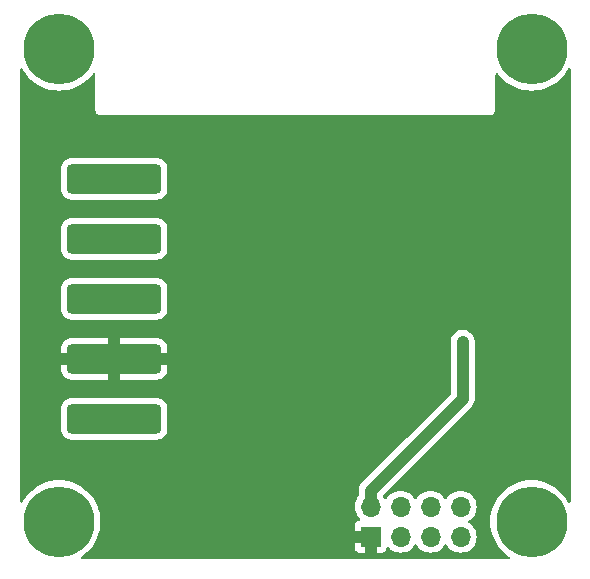
<source format=gbr>
%TF.GenerationSoftware,KiCad,Pcbnew,8.0.8*%
%TF.CreationDate,2025-02-23T10:11:50-08:00*%
%TF.ProjectId,bts7960 adapter,62747337-3936-4302-9061-646170746572,rev?*%
%TF.SameCoordinates,Original*%
%TF.FileFunction,Copper,L2,Bot*%
%TF.FilePolarity,Positive*%
%FSLAX46Y46*%
G04 Gerber Fmt 4.6, Leading zero omitted, Abs format (unit mm)*
G04 Created by KiCad (PCBNEW 8.0.8) date 2025-02-23 10:11:50*
%MOMM*%
%LPD*%
G01*
G04 APERTURE LIST*
G04 Aperture macros list*
%AMRoundRect*
0 Rectangle with rounded corners*
0 $1 Rounding radius*
0 $2 $3 $4 $5 $6 $7 $8 $9 X,Y pos of 4 corners*
0 Add a 4 corners polygon primitive as box body*
4,1,4,$2,$3,$4,$5,$6,$7,$8,$9,$2,$3,0*
0 Add four circle primitives for the rounded corners*
1,1,$1+$1,$2,$3*
1,1,$1+$1,$4,$5*
1,1,$1+$1,$6,$7*
1,1,$1+$1,$8,$9*
0 Add four rect primitives between the rounded corners*
20,1,$1+$1,$2,$3,$4,$5,0*
20,1,$1+$1,$4,$5,$6,$7,0*
20,1,$1+$1,$6,$7,$8,$9,0*
20,1,$1+$1,$8,$9,$2,$3,0*%
G04 Aperture macros list end*
%TA.AperFunction,ComponentPad*%
%ADD10RoundRect,0.410105X3.589895X-0.839895X3.589895X0.839895X-3.589895X0.839895X-3.589895X-0.839895X0*%
%TD*%
%TA.AperFunction,ComponentPad*%
%ADD11C,6.000000*%
%TD*%
%TA.AperFunction,ComponentPad*%
%ADD12R,1.700000X1.700000*%
%TD*%
%TA.AperFunction,ComponentPad*%
%ADD13O,1.700000X1.700000*%
%TD*%
%TA.AperFunction,ViaPad*%
%ADD14C,0.600000*%
%TD*%
%TA.AperFunction,Conductor*%
%ADD15C,1.000000*%
%TD*%
G04 APERTURE END LIST*
D10*
%TO.P,J1,1,Pin_1*%
%TO.N,+5V*%
X4680000Y-31300000D03*
%TO.P,J1,2,Pin_2*%
%TO.N,GND*%
X4680000Y-26220000D03*
%TO.P,J1,3,Pin_3*%
%TO.N,/PWM*%
X4680000Y-21140000D03*
%TO.P,J1,4,Pin_4*%
%TO.N,/DIS*%
X4680000Y-16060000D03*
%TO.P,J1,5,Pin_5*%
%TO.N,/DIR*%
X4680000Y-10980000D03*
%TD*%
D11*
%TO.P,REF\u002A\u002A,1*%
%TO.N,N/C*%
X0Y0D03*
%TD*%
%TO.P,REF\u002A\u002A,1*%
%TO.N,N/C*%
X40000000Y-40000000D03*
%TD*%
%TO.P,REF\u002A\u002A,1*%
%TO.N,N/C*%
X40000000Y0D03*
%TD*%
%TO.P,REF\u002A\u002A,1*%
%TO.N,N/C*%
X0Y-40000000D03*
%TD*%
D12*
%TO.P,J2,1,Pin_1*%
%TO.N,GND*%
X26380000Y-41270000D03*
D13*
%TO.P,J2,2,Pin_2*%
%TO.N,+5V*%
X26380000Y-38730000D03*
%TO.P,J2,3,Pin_3*%
%TO.N,unconnected-(J2-Pin_3-Pad3)*%
X28920000Y-41270000D03*
%TO.P,J2,4,Pin_4*%
%TO.N,unconnected-(J2-Pin_4-Pad4)*%
X28920000Y-38730000D03*
%TO.P,J2,5,Pin_5*%
%TO.N,/L_EN*%
X31460000Y-41270000D03*
%TO.P,J2,6,Pin_6*%
X31460000Y-38730000D03*
%TO.P,J2,7,Pin_7*%
%TO.N,/DIR*%
X34000000Y-41270000D03*
%TO.P,J2,8,Pin_8*%
%TO.N,/RPWM*%
X34000000Y-38730000D03*
%TD*%
D14*
%TO.N,GND*%
X-1651000Y-16891000D03*
X-2159000Y-7366000D03*
X20066000Y-41910000D03*
X5080000Y-38989000D03*
X22606000Y-23622000D03*
X26670000Y-30353000D03*
X19177000Y-24638000D03*
X27051000Y-16891000D03*
X35941000Y-20447000D03*
X40386000Y-9398000D03*
X27813000Y-10541000D03*
X12446000Y-22733000D03*
X13843000Y-27178000D03*
X13970000Y-28829000D03*
%TO.N,+5V*%
X34180000Y-24775000D03*
%TD*%
D15*
%TO.N,+5V*%
X34180000Y-29574000D02*
X34180000Y-24775000D01*
X26380000Y-37374000D02*
X34180000Y-29574000D01*
X26380000Y-38730000D02*
X26380000Y-37374000D01*
%TD*%
%TA.AperFunction,Conductor*%
%TO.N,GND*%
G36*
X43261946Y-1620590D02*
G01*
X43305397Y-1675306D01*
X43314500Y-1721939D01*
X43314500Y-38278060D01*
X43294815Y-38345099D01*
X43242011Y-38390854D01*
X43172853Y-38400798D01*
X43109297Y-38371773D01*
X43080016Y-38334355D01*
X43035687Y-38247356D01*
X43035681Y-38247345D01*
X42835852Y-37939635D01*
X42604952Y-37654498D01*
X42604949Y-37654494D01*
X42345506Y-37395051D01*
X42313010Y-37368736D01*
X42060364Y-37164147D01*
X41752656Y-36964320D01*
X41425739Y-36797746D01*
X41083206Y-36666260D01*
X41083199Y-36666258D01*
X40728794Y-36571295D01*
X40728790Y-36571294D01*
X40728789Y-36571294D01*
X40366405Y-36513898D01*
X40000001Y-36494696D01*
X39999999Y-36494696D01*
X39633594Y-36513898D01*
X39271211Y-36571294D01*
X39271209Y-36571294D01*
X38916793Y-36666260D01*
X38574260Y-36797746D01*
X38247343Y-36964320D01*
X37939635Y-37164147D01*
X37654498Y-37395047D01*
X37654490Y-37395054D01*
X37395054Y-37654490D01*
X37395047Y-37654498D01*
X37164147Y-37939635D01*
X36964320Y-38247343D01*
X36797746Y-38574260D01*
X36666260Y-38916793D01*
X36571294Y-39271209D01*
X36571294Y-39271211D01*
X36513898Y-39633594D01*
X36494696Y-39999999D01*
X36494696Y-40000000D01*
X36513898Y-40366405D01*
X36571294Y-40728788D01*
X36571294Y-40728790D01*
X36666260Y-41083206D01*
X36797746Y-41425739D01*
X36964320Y-41752656D01*
X37164147Y-42060364D01*
X37301944Y-42230529D01*
X37395051Y-42345506D01*
X37654494Y-42604949D01*
X37680069Y-42625659D01*
X37939635Y-42835852D01*
X38130044Y-42959505D01*
X38175547Y-43012526D01*
X38185161Y-43081731D01*
X38155834Y-43145148D01*
X38096877Y-43182642D01*
X38062509Y-43187500D01*
X1937491Y-43187500D01*
X1870452Y-43167815D01*
X1824697Y-43115011D01*
X1814753Y-43045853D01*
X1843778Y-42982297D01*
X1869956Y-42959505D01*
X2060364Y-42835852D01*
X2060366Y-42835851D01*
X2345506Y-42604949D01*
X2604949Y-42345506D01*
X2748817Y-42167844D01*
X25030000Y-42167844D01*
X25036401Y-42227372D01*
X25036403Y-42227379D01*
X25086645Y-42362086D01*
X25086649Y-42362093D01*
X25172809Y-42477187D01*
X25172812Y-42477190D01*
X25287906Y-42563350D01*
X25287913Y-42563354D01*
X25422620Y-42613596D01*
X25422627Y-42613598D01*
X25482155Y-42619999D01*
X25482172Y-42620000D01*
X25880000Y-42620000D01*
X25880000Y-41770000D01*
X25030000Y-41770000D01*
X25030000Y-42167844D01*
X2748817Y-42167844D01*
X2835851Y-42060366D01*
X3035682Y-41752652D01*
X3202255Y-41425736D01*
X3333742Y-41083199D01*
X3428705Y-40728794D01*
X3486102Y-40366404D01*
X3505304Y-40000000D01*
X3486102Y-39633596D01*
X3428705Y-39271206D01*
X3333742Y-38916801D01*
X3262036Y-38729999D01*
X25024341Y-38729999D01*
X25024341Y-38730000D01*
X25044936Y-38965403D01*
X25044938Y-38965413D01*
X25106094Y-39193655D01*
X25106096Y-39193659D01*
X25106097Y-39193663D01*
X25186004Y-39365023D01*
X25205965Y-39407830D01*
X25205967Y-39407834D01*
X25314281Y-39562521D01*
X25341501Y-39601396D01*
X25341506Y-39601402D01*
X25463818Y-39723714D01*
X25497303Y-39785037D01*
X25492319Y-39854729D01*
X25450447Y-39910662D01*
X25419471Y-39927577D01*
X25287912Y-39976646D01*
X25287906Y-39976649D01*
X25172812Y-40062809D01*
X25172809Y-40062812D01*
X25086649Y-40177906D01*
X25086645Y-40177913D01*
X25036403Y-40312620D01*
X25036401Y-40312627D01*
X25030000Y-40372155D01*
X25030000Y-40770000D01*
X26256000Y-40770000D01*
X26283756Y-40778150D01*
X26187007Y-40804075D01*
X26072993Y-40869901D01*
X25979901Y-40962993D01*
X25914075Y-41077007D01*
X25880000Y-41204174D01*
X25880000Y-41335826D01*
X25914075Y-41462993D01*
X25979901Y-41577007D01*
X26072993Y-41670099D01*
X26187007Y-41735925D01*
X26314174Y-41770000D01*
X26445826Y-41770000D01*
X26572993Y-41735925D01*
X26687007Y-41670099D01*
X26780099Y-41577007D01*
X26845925Y-41462993D01*
X26873015Y-41361892D01*
X26880000Y-41394000D01*
X26880000Y-42620000D01*
X27277828Y-42620000D01*
X27277844Y-42619999D01*
X27337372Y-42613598D01*
X27337379Y-42613596D01*
X27472086Y-42563354D01*
X27472093Y-42563350D01*
X27587187Y-42477190D01*
X27587190Y-42477187D01*
X27673350Y-42362093D01*
X27673354Y-42362086D01*
X27722422Y-42230529D01*
X27764293Y-42174595D01*
X27829757Y-42150178D01*
X27898030Y-42165030D01*
X27926285Y-42186181D01*
X28048599Y-42308495D01*
X28125135Y-42362086D01*
X28242165Y-42444032D01*
X28242167Y-42444033D01*
X28242170Y-42444035D01*
X28456337Y-42543903D01*
X28684592Y-42605063D01*
X28855319Y-42620000D01*
X28919999Y-42625659D01*
X28920000Y-42625659D01*
X28920001Y-42625659D01*
X28984681Y-42620000D01*
X29155408Y-42605063D01*
X29383663Y-42543903D01*
X29597830Y-42444035D01*
X29791401Y-42308495D01*
X29958495Y-42141401D01*
X30088425Y-41955842D01*
X30143002Y-41912217D01*
X30212500Y-41905023D01*
X30274855Y-41936546D01*
X30291575Y-41955842D01*
X30421500Y-42141395D01*
X30421505Y-42141401D01*
X30588599Y-42308495D01*
X30665135Y-42362086D01*
X30782165Y-42444032D01*
X30782167Y-42444033D01*
X30782170Y-42444035D01*
X30996337Y-42543903D01*
X31224592Y-42605063D01*
X31395319Y-42620000D01*
X31459999Y-42625659D01*
X31460000Y-42625659D01*
X31460001Y-42625659D01*
X31524681Y-42620000D01*
X31695408Y-42605063D01*
X31923663Y-42543903D01*
X32137830Y-42444035D01*
X32331401Y-42308495D01*
X32498495Y-42141401D01*
X32628425Y-41955842D01*
X32683002Y-41912217D01*
X32752500Y-41905023D01*
X32814855Y-41936546D01*
X32831575Y-41955842D01*
X32961500Y-42141395D01*
X32961505Y-42141401D01*
X33128599Y-42308495D01*
X33205135Y-42362086D01*
X33322165Y-42444032D01*
X33322167Y-42444033D01*
X33322170Y-42444035D01*
X33536337Y-42543903D01*
X33764592Y-42605063D01*
X33935319Y-42620000D01*
X33999999Y-42625659D01*
X34000000Y-42625659D01*
X34000001Y-42625659D01*
X34064681Y-42620000D01*
X34235408Y-42605063D01*
X34463663Y-42543903D01*
X34677830Y-42444035D01*
X34871401Y-42308495D01*
X35038495Y-42141401D01*
X35174035Y-41947830D01*
X35273903Y-41733663D01*
X35335063Y-41505408D01*
X35355659Y-41270000D01*
X35335063Y-41034592D01*
X35273903Y-40806337D01*
X35174035Y-40592171D01*
X35168425Y-40584158D01*
X35038494Y-40398597D01*
X34871402Y-40231506D01*
X34871396Y-40231501D01*
X34685842Y-40101575D01*
X34642217Y-40046998D01*
X34635023Y-39977500D01*
X34666546Y-39915145D01*
X34685842Y-39898425D01*
X34797500Y-39820241D01*
X34871401Y-39768495D01*
X35038495Y-39601401D01*
X35174035Y-39407830D01*
X35273903Y-39193663D01*
X35335063Y-38965408D01*
X35355659Y-38730000D01*
X35335063Y-38494592D01*
X35273903Y-38266337D01*
X35174035Y-38052171D01*
X35168425Y-38044158D01*
X35038494Y-37858597D01*
X34871402Y-37691506D01*
X34871395Y-37691501D01*
X34677834Y-37555967D01*
X34677830Y-37555965D01*
X34677828Y-37555964D01*
X34463663Y-37456097D01*
X34463659Y-37456096D01*
X34463655Y-37456094D01*
X34235413Y-37394938D01*
X34235403Y-37394936D01*
X34000001Y-37374341D01*
X33999999Y-37374341D01*
X33764596Y-37394936D01*
X33764586Y-37394938D01*
X33536344Y-37456094D01*
X33536335Y-37456098D01*
X33322171Y-37555964D01*
X33322169Y-37555965D01*
X33128597Y-37691505D01*
X32961505Y-37858597D01*
X32831575Y-38044158D01*
X32776998Y-38087783D01*
X32707500Y-38094977D01*
X32645145Y-38063454D01*
X32628425Y-38044158D01*
X32498494Y-37858597D01*
X32331402Y-37691506D01*
X32331395Y-37691501D01*
X32137834Y-37555967D01*
X32137830Y-37555965D01*
X32137828Y-37555964D01*
X31923663Y-37456097D01*
X31923659Y-37456096D01*
X31923655Y-37456094D01*
X31695413Y-37394938D01*
X31695403Y-37394936D01*
X31460001Y-37374341D01*
X31459999Y-37374341D01*
X31224596Y-37394936D01*
X31224586Y-37394938D01*
X30996344Y-37456094D01*
X30996335Y-37456098D01*
X30782171Y-37555964D01*
X30782169Y-37555965D01*
X30588597Y-37691505D01*
X30421505Y-37858597D01*
X30291575Y-38044158D01*
X30236998Y-38087783D01*
X30167500Y-38094977D01*
X30105145Y-38063454D01*
X30088425Y-38044158D01*
X29958494Y-37858597D01*
X29791402Y-37691506D01*
X29791395Y-37691501D01*
X29597834Y-37555967D01*
X29597830Y-37555965D01*
X29597828Y-37555964D01*
X29383663Y-37456097D01*
X29383659Y-37456096D01*
X29383655Y-37456094D01*
X29155413Y-37394938D01*
X29155403Y-37394936D01*
X28920001Y-37374341D01*
X28919999Y-37374341D01*
X28684596Y-37394936D01*
X28684586Y-37394938D01*
X28456344Y-37456094D01*
X28456335Y-37456098D01*
X28242171Y-37555964D01*
X28242169Y-37555965D01*
X28048597Y-37691505D01*
X27881505Y-37858597D01*
X27751575Y-38044158D01*
X27696998Y-38087783D01*
X27627500Y-38094977D01*
X27565145Y-38063454D01*
X27548425Y-38044158D01*
X27433624Y-37880205D01*
X27411297Y-37813999D01*
X27428307Y-37746232D01*
X27447514Y-37721405D01*
X34817778Y-30351141D01*
X34817782Y-30351139D01*
X34957139Y-30211782D01*
X35066632Y-30047914D01*
X35142051Y-29865835D01*
X35176588Y-29692208D01*
X35180500Y-29672543D01*
X35180500Y-24676456D01*
X35142052Y-24483170D01*
X35142051Y-24483169D01*
X35142051Y-24483165D01*
X35136598Y-24470000D01*
X35066635Y-24301092D01*
X35066628Y-24301079D01*
X34957139Y-24137218D01*
X34957136Y-24137214D01*
X34817785Y-23997863D01*
X34817781Y-23997860D01*
X34653920Y-23888371D01*
X34653907Y-23888364D01*
X34471839Y-23812950D01*
X34471829Y-23812947D01*
X34278543Y-23774500D01*
X34278541Y-23774500D01*
X34081459Y-23774500D01*
X34081457Y-23774500D01*
X33888170Y-23812947D01*
X33888160Y-23812950D01*
X33706092Y-23888364D01*
X33706079Y-23888371D01*
X33542218Y-23997860D01*
X33542214Y-23997863D01*
X33402863Y-24137214D01*
X33402860Y-24137218D01*
X33293371Y-24301079D01*
X33293364Y-24301092D01*
X33217950Y-24483160D01*
X33217947Y-24483170D01*
X33179500Y-24676456D01*
X33179500Y-29108217D01*
X33159815Y-29175256D01*
X33143181Y-29195898D01*
X29431288Y-32907791D01*
X25742221Y-36596858D01*
X25742218Y-36596861D01*
X25672821Y-36666258D01*
X25602859Y-36736219D01*
X25493371Y-36900079D01*
X25493364Y-36900092D01*
X25417950Y-37082160D01*
X25417947Y-37082170D01*
X25379500Y-37275456D01*
X25379500Y-37769241D01*
X25359815Y-37836280D01*
X25343181Y-37856922D01*
X25341505Y-37858597D01*
X25205965Y-38052169D01*
X25205964Y-38052171D01*
X25106098Y-38266335D01*
X25106094Y-38266344D01*
X25044938Y-38494586D01*
X25044936Y-38494596D01*
X25024341Y-38729999D01*
X3262036Y-38729999D01*
X3202255Y-38574264D01*
X3035682Y-38247348D01*
X2932060Y-38087783D01*
X2835852Y-37939635D01*
X2604952Y-37654498D01*
X2604949Y-37654494D01*
X2345506Y-37395051D01*
X2313010Y-37368736D01*
X2060364Y-37164147D01*
X1752656Y-36964320D01*
X1425739Y-36797746D01*
X1083206Y-36666260D01*
X1083199Y-36666258D01*
X728794Y-36571295D01*
X728790Y-36571294D01*
X728789Y-36571294D01*
X366405Y-36513898D01*
X1Y-36494696D01*
X-1Y-36494696D01*
X-366405Y-36513898D01*
X-728788Y-36571294D01*
X-728790Y-36571294D01*
X-1083206Y-36666260D01*
X-1425739Y-36797746D01*
X-1752656Y-36964320D01*
X-2060364Y-37164147D01*
X-2313010Y-37368736D01*
X-2345506Y-37395051D01*
X-2604949Y-37654494D01*
X-2604952Y-37654498D01*
X-2835852Y-37939635D01*
X-3035681Y-38247345D01*
X-3035683Y-38247349D01*
X-3075016Y-38324543D01*
X-3122990Y-38375338D01*
X-3190811Y-38392133D01*
X-3256946Y-38369595D01*
X-3300397Y-38314880D01*
X-3309500Y-38268247D01*
X-3309500Y-30396366D01*
X179500Y-30396366D01*
X179500Y-32203633D01*
X185756Y-32283128D01*
X235298Y-32468022D01*
X322200Y-32638576D01*
X322208Y-32638588D01*
X442661Y-32787336D01*
X442663Y-32787338D01*
X591411Y-32907791D01*
X591417Y-32907795D01*
X591422Y-32907799D01*
X761976Y-32994701D01*
X946870Y-33044243D01*
X1026372Y-33050500D01*
X1026380Y-33050500D01*
X8333620Y-33050500D01*
X8333628Y-33050500D01*
X8413130Y-33044243D01*
X8598024Y-32994701D01*
X8768578Y-32907799D01*
X8917337Y-32787337D01*
X9037799Y-32638578D01*
X9124701Y-32468024D01*
X9174243Y-32283130D01*
X9180500Y-32203628D01*
X9180500Y-30396372D01*
X9174243Y-30316870D01*
X9124701Y-30131976D01*
X9037799Y-29961422D01*
X9037795Y-29961417D01*
X9037791Y-29961411D01*
X8917338Y-29812663D01*
X8917336Y-29812661D01*
X8768588Y-29692208D01*
X8768576Y-29692200D01*
X8598022Y-29605298D01*
X8413128Y-29555756D01*
X8333633Y-29549500D01*
X8333628Y-29549500D01*
X1026372Y-29549500D01*
X1026366Y-29549500D01*
X946871Y-29555756D01*
X761977Y-29605298D01*
X591423Y-29692200D01*
X591411Y-29692208D01*
X442663Y-29812661D01*
X442661Y-29812663D01*
X322208Y-29961411D01*
X322200Y-29961423D01*
X235298Y-30131977D01*
X185756Y-30316871D01*
X179500Y-30396366D01*
X-3309500Y-30396366D01*
X-3309500Y-27123595D01*
X180001Y-27123595D01*
X186253Y-27203049D01*
X235768Y-27387842D01*
X322620Y-27558303D01*
X322621Y-27558304D01*
X443019Y-27706980D01*
X591695Y-27827378D01*
X591696Y-27827379D01*
X762157Y-27914231D01*
X946951Y-27963746D01*
X1026411Y-27969999D01*
X4179999Y-27969999D01*
X4180000Y-27969998D01*
X4180000Y-26720000D01*
X180001Y-26720000D01*
X180001Y-27123595D01*
X-3309500Y-27123595D01*
X-3309500Y-25316405D01*
X180000Y-25316405D01*
X180000Y-25720000D01*
X4180000Y-25720000D01*
X5180000Y-25720000D01*
X7114174Y-25720000D01*
X6987007Y-25754075D01*
X6872993Y-25819901D01*
X6779901Y-25912993D01*
X6714075Y-26027007D01*
X6680000Y-26154174D01*
X6680000Y-26285826D01*
X6714075Y-26412993D01*
X6779901Y-26527007D01*
X6872993Y-26620099D01*
X6987007Y-26685925D01*
X7114174Y-26720000D01*
X5180000Y-26720000D01*
X5180000Y-27969999D01*
X8333579Y-27969999D01*
X8333595Y-27969998D01*
X8413049Y-27963746D01*
X8597842Y-27914231D01*
X8768303Y-27827379D01*
X8768304Y-27827378D01*
X8916980Y-27706980D01*
X9037378Y-27558304D01*
X9037379Y-27558303D01*
X9124231Y-27387842D01*
X9173746Y-27203049D01*
X9173746Y-27203048D01*
X9179999Y-27123594D01*
X9180000Y-27123582D01*
X9180000Y-26720000D01*
X7245826Y-26720000D01*
X7372993Y-26685925D01*
X7487007Y-26620099D01*
X7580099Y-26527007D01*
X7645925Y-26412993D01*
X7680000Y-26285826D01*
X7680000Y-26154174D01*
X7645925Y-26027007D01*
X7580099Y-25912993D01*
X7487007Y-25819901D01*
X7372993Y-25754075D01*
X7245826Y-25720000D01*
X9179999Y-25720000D01*
X9179999Y-25316421D01*
X9179998Y-25316404D01*
X9173746Y-25236950D01*
X9124231Y-25052157D01*
X9037379Y-24881696D01*
X9037378Y-24881695D01*
X8916980Y-24733019D01*
X8768304Y-24612621D01*
X8768303Y-24612620D01*
X8597842Y-24525768D01*
X8413048Y-24476253D01*
X8333594Y-24470000D01*
X5180000Y-24470000D01*
X5180000Y-25720000D01*
X4180000Y-25720000D01*
X4180000Y-24470000D01*
X1026421Y-24470000D01*
X1026404Y-24470001D01*
X946950Y-24476253D01*
X762157Y-24525768D01*
X591696Y-24612620D01*
X591695Y-24612621D01*
X443019Y-24733019D01*
X322621Y-24881695D01*
X322620Y-24881696D01*
X235768Y-25052157D01*
X186253Y-25236950D01*
X186253Y-25236951D01*
X180000Y-25316405D01*
X-3309500Y-25316405D01*
X-3309500Y-20236366D01*
X179500Y-20236366D01*
X179500Y-22043633D01*
X185756Y-22123128D01*
X235298Y-22308022D01*
X322200Y-22478576D01*
X322208Y-22478588D01*
X442661Y-22627336D01*
X442663Y-22627338D01*
X591411Y-22747791D01*
X591417Y-22747795D01*
X591422Y-22747799D01*
X761976Y-22834701D01*
X946870Y-22884243D01*
X1026372Y-22890500D01*
X1026380Y-22890500D01*
X8333620Y-22890500D01*
X8333628Y-22890500D01*
X8413130Y-22884243D01*
X8598024Y-22834701D01*
X8768578Y-22747799D01*
X8917337Y-22627337D01*
X9037799Y-22478578D01*
X9124701Y-22308024D01*
X9174243Y-22123130D01*
X9180500Y-22043628D01*
X9180500Y-20236372D01*
X9174243Y-20156870D01*
X9124701Y-19971976D01*
X9037799Y-19801422D01*
X9037795Y-19801417D01*
X9037791Y-19801411D01*
X8917338Y-19652663D01*
X8917336Y-19652661D01*
X8768588Y-19532208D01*
X8768576Y-19532200D01*
X8598022Y-19445298D01*
X8413128Y-19395756D01*
X8333633Y-19389500D01*
X8333628Y-19389500D01*
X1026372Y-19389500D01*
X1026366Y-19389500D01*
X946871Y-19395756D01*
X761977Y-19445298D01*
X591423Y-19532200D01*
X591411Y-19532208D01*
X442663Y-19652661D01*
X442661Y-19652663D01*
X322208Y-19801411D01*
X322200Y-19801423D01*
X235298Y-19971977D01*
X185756Y-20156871D01*
X179500Y-20236366D01*
X-3309500Y-20236366D01*
X-3309500Y-15156366D01*
X179500Y-15156366D01*
X179500Y-16963633D01*
X185756Y-17043128D01*
X235298Y-17228022D01*
X322200Y-17398576D01*
X322208Y-17398588D01*
X442661Y-17547336D01*
X442663Y-17547338D01*
X591411Y-17667791D01*
X591417Y-17667795D01*
X591422Y-17667799D01*
X761976Y-17754701D01*
X946870Y-17804243D01*
X1026372Y-17810500D01*
X1026380Y-17810500D01*
X8333620Y-17810500D01*
X8333628Y-17810500D01*
X8413130Y-17804243D01*
X8598024Y-17754701D01*
X8768578Y-17667799D01*
X8917337Y-17547337D01*
X9037799Y-17398578D01*
X9124701Y-17228024D01*
X9174243Y-17043130D01*
X9180500Y-16963628D01*
X9180500Y-15156372D01*
X9174243Y-15076870D01*
X9124701Y-14891976D01*
X9037799Y-14721422D01*
X9037795Y-14721417D01*
X9037791Y-14721411D01*
X8917338Y-14572663D01*
X8917336Y-14572661D01*
X8768588Y-14452208D01*
X8768576Y-14452200D01*
X8598022Y-14365298D01*
X8413128Y-14315756D01*
X8333633Y-14309500D01*
X8333628Y-14309500D01*
X1026372Y-14309500D01*
X1026366Y-14309500D01*
X946871Y-14315756D01*
X761977Y-14365298D01*
X591423Y-14452200D01*
X591411Y-14452208D01*
X442663Y-14572661D01*
X442661Y-14572663D01*
X322208Y-14721411D01*
X322200Y-14721423D01*
X235298Y-14891977D01*
X185756Y-15076871D01*
X179500Y-15156366D01*
X-3309500Y-15156366D01*
X-3309500Y-10076366D01*
X179500Y-10076366D01*
X179500Y-11883633D01*
X185756Y-11963128D01*
X235298Y-12148022D01*
X322200Y-12318576D01*
X322208Y-12318588D01*
X442661Y-12467336D01*
X442663Y-12467338D01*
X591411Y-12587791D01*
X591417Y-12587795D01*
X591422Y-12587799D01*
X761976Y-12674701D01*
X946870Y-12724243D01*
X1026372Y-12730500D01*
X1026380Y-12730500D01*
X8333620Y-12730500D01*
X8333628Y-12730500D01*
X8413130Y-12724243D01*
X8598024Y-12674701D01*
X8768578Y-12587799D01*
X8917337Y-12467337D01*
X9037799Y-12318578D01*
X9124701Y-12148024D01*
X9174243Y-11963130D01*
X9180500Y-11883628D01*
X9180500Y-10076372D01*
X9174243Y-9996870D01*
X9124701Y-9811976D01*
X9037799Y-9641422D01*
X9037795Y-9641417D01*
X9037791Y-9641411D01*
X8917338Y-9492663D01*
X8917336Y-9492661D01*
X8768588Y-9372208D01*
X8768576Y-9372200D01*
X8598022Y-9285298D01*
X8413128Y-9235756D01*
X8333633Y-9229500D01*
X8333628Y-9229500D01*
X1026372Y-9229500D01*
X1026366Y-9229500D01*
X946871Y-9235756D01*
X761977Y-9285298D01*
X591423Y-9372200D01*
X591411Y-9372208D01*
X442663Y-9492661D01*
X442661Y-9492663D01*
X322208Y-9641411D01*
X322200Y-9641423D01*
X235298Y-9811977D01*
X185756Y-9996871D01*
X179500Y-10076366D01*
X-3309500Y-10076366D01*
X-3309500Y-1731752D01*
X-3289815Y-1664713D01*
X-3237011Y-1618958D01*
X-3167853Y-1609014D01*
X-3104297Y-1638039D01*
X-3075015Y-1675456D01*
X-3035682Y-1752652D01*
X-2835851Y-2060366D01*
X-2604949Y-2345506D01*
X-2345506Y-2604949D01*
X-2060366Y-2835851D01*
X-1752652Y-3035682D01*
X-1425736Y-3202255D01*
X-1083199Y-3333742D01*
X-728794Y-3428705D01*
X-366404Y-3486102D01*
X-19203Y-3504297D01*
X-1Y-3505304D01*
X0Y-3505304D01*
X1Y-3505304D01*
X19203Y-3504297D01*
X366404Y-3486102D01*
X728794Y-3428705D01*
X1083199Y-3333742D01*
X1425736Y-3202255D01*
X1752652Y-3035682D01*
X2060366Y-2835851D01*
X2345506Y-2604949D01*
X2604949Y-2345506D01*
X2835134Y-2061250D01*
X2892621Y-2021540D01*
X2962452Y-2019212D01*
X3022456Y-2055007D01*
X3053582Y-2117561D01*
X3055500Y-2139287D01*
X3055500Y-5145891D01*
X3089608Y-5273187D01*
X3122554Y-5330250D01*
X3155500Y-5387314D01*
X3248686Y-5480500D01*
X3362814Y-5546392D01*
X3490108Y-5580500D01*
X3490110Y-5580500D01*
X36514890Y-5580500D01*
X36514892Y-5580500D01*
X36642186Y-5546392D01*
X36756314Y-5480500D01*
X36849500Y-5387314D01*
X36915392Y-5273186D01*
X36949500Y-5145892D01*
X36949500Y-2145462D01*
X36969185Y-2078423D01*
X37021989Y-2032668D01*
X37091147Y-2022724D01*
X37154703Y-2051749D01*
X37169866Y-2067426D01*
X37395051Y-2345506D01*
X37654494Y-2604949D01*
X37654498Y-2604952D01*
X37939635Y-2835852D01*
X38247343Y-3035679D01*
X38247348Y-3035682D01*
X38574264Y-3202255D01*
X38916801Y-3333742D01*
X39271206Y-3428705D01*
X39633596Y-3486102D01*
X39979734Y-3504241D01*
X39999999Y-3505304D01*
X40000000Y-3505304D01*
X40000001Y-3505304D01*
X40019203Y-3504297D01*
X40366404Y-3486102D01*
X40728794Y-3428705D01*
X41083199Y-3333742D01*
X41425736Y-3202255D01*
X41752652Y-3035682D01*
X42060366Y-2835851D01*
X42345506Y-2604949D01*
X42604949Y-2345506D01*
X42835851Y-2060366D01*
X43035682Y-1752652D01*
X43080015Y-1665643D01*
X43127990Y-1614848D01*
X43195811Y-1598053D01*
X43261946Y-1620590D01*
G37*
%TD.AperFunction*%
%TD*%
M02*

</source>
